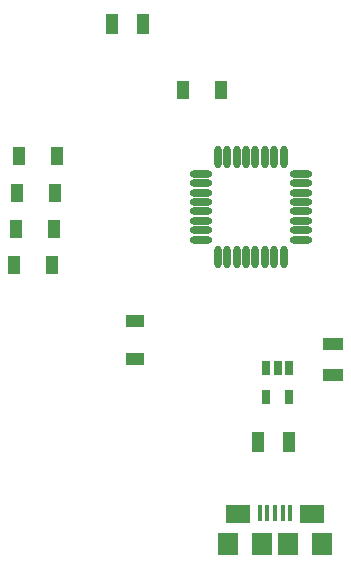
<source format=gtp>
G04*
G04 #@! TF.GenerationSoftware,Altium Limited,Altium Designer,21.0.9 (235)*
G04*
G04 Layer_Color=8421504*
%FSLAX44Y44*%
%MOMM*%
G71*
G04*
G04 #@! TF.SameCoordinates,A0518373-5DC4-4E38-8A05-EEFCEC3494AD*
G04*
G04*
G04 #@! TF.FilePolarity,Positive*
G04*
G01*
G75*
%ADD16O,0.6000X1.9500*%
%ADD17O,1.9500X0.6000*%
%ADD18R,0.4000X1.4000*%
%ADD19R,2.1000X1.6000*%
%ADD20R,1.8000X1.9000*%
%ADD21R,1.7500X1.9000*%
%ADD22R,1.0000X1.5000*%
%ADD23R,1.1000X1.7000*%
%ADD24R,0.7000X1.1500*%
%ADD25R,1.7000X1.1000*%
%ADD26R,1.5000X1.0000*%
D16*
X605730Y658200D02*
D03*
X613730D02*
D03*
X621730D02*
D03*
X629730D02*
D03*
X637730D02*
D03*
X645730D02*
D03*
X653730D02*
D03*
X661730D02*
D03*
Y573700D02*
D03*
X653730D02*
D03*
X645730D02*
D03*
X637730D02*
D03*
X629730D02*
D03*
X621730D02*
D03*
X613730D02*
D03*
X605730D02*
D03*
D17*
X675980Y643950D02*
D03*
Y635950D02*
D03*
Y627950D02*
D03*
Y619950D02*
D03*
Y611950D02*
D03*
Y603950D02*
D03*
Y595950D02*
D03*
Y587950D02*
D03*
X591480D02*
D03*
Y595950D02*
D03*
Y603950D02*
D03*
Y611950D02*
D03*
Y619950D02*
D03*
Y627950D02*
D03*
Y635950D02*
D03*
Y643950D02*
D03*
D18*
X641230Y356700D02*
D03*
X647730D02*
D03*
X654230D02*
D03*
X660730D02*
D03*
X667230D02*
D03*
D19*
X623230Y355700D02*
D03*
X685230D02*
D03*
D20*
X614230Y330200D02*
D03*
X694230D02*
D03*
D21*
X642980D02*
D03*
X665480D02*
D03*
D22*
X466850Y596900D02*
D03*
X434850D02*
D03*
X433580Y566420D02*
D03*
X465580D02*
D03*
X608330Y715010D02*
D03*
X576330D02*
D03*
X437390Y659130D02*
D03*
X469390D02*
D03*
X436120Y627380D02*
D03*
X468120D02*
D03*
D23*
X516590Y770890D02*
D03*
X542590D02*
D03*
X665780Y416560D02*
D03*
X639780D02*
D03*
D24*
X666090Y479610D02*
D03*
X656590D02*
D03*
X647090D02*
D03*
Y455110D02*
D03*
X666090D02*
D03*
D25*
X703580Y499711D02*
D03*
Y473710D02*
D03*
D26*
X535940Y486920D02*
D03*
Y518920D02*
D03*
M02*

</source>
